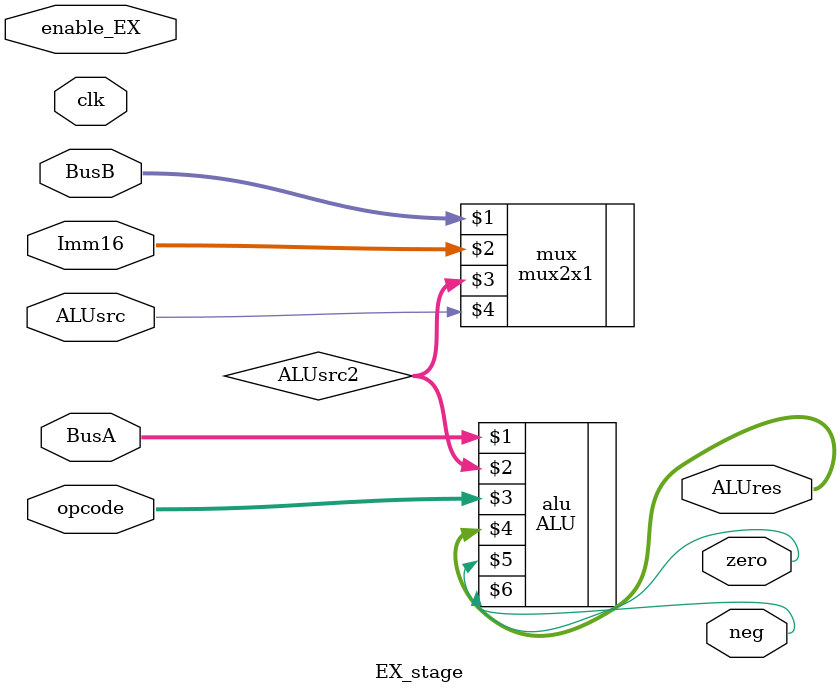
<source format=v>
module EX_stage (clk,enable_EX,BusA,BusB,Imm16,ALUres,zero,neg,opcode,ALUsrc);
  input clk;
  input wire enable_EX;
  input [15:0] BusA,BusB,Imm16;
  input ALUsrc;
  input [3:0] opcode;
  output [15:0] ALUres;
  output zero,neg;

  wire [15:0] ALUsrc2;
  mux2x1 #(16) mux(BusB,Imm16,ALUsrc2,ALUsrc);

  ALU alu(BusA,ALUsrc2,opcode,ALUres,zero,neg);

endmodule
</source>
